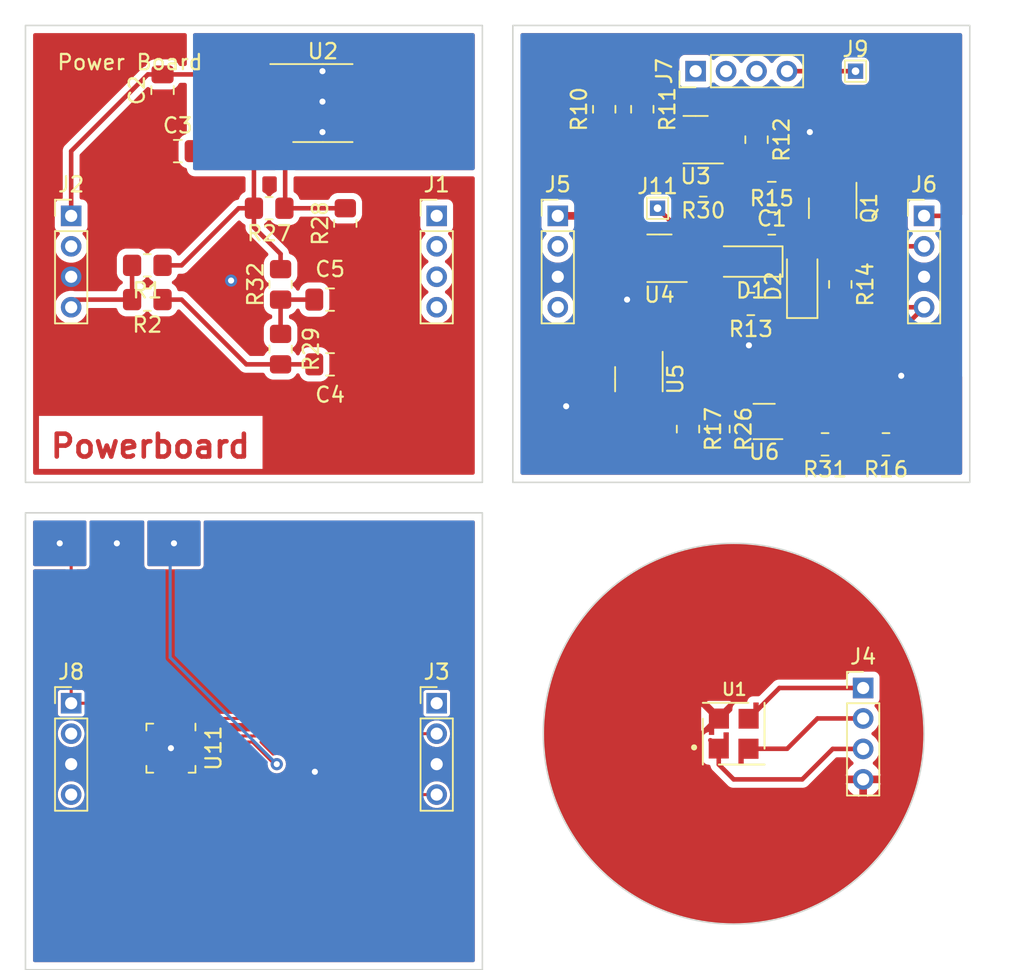
<source format=kicad_pcb>
(kicad_pcb (version 20221018) (generator pcbnew)
  (layers (0 "F.Cu" signal) (31 "B.Cu" signal) (34 "B.Paste" user) (35 "F.Paste" user) (36 "B.SilkS" user "B.Silkscreen") (37 "F.SilkS" user "F.Silkscreen") (38 "B.Mask" user) (39 "F.Mask" user) (44 "Edge.Cuts" user))
  (net 0 "")
  (net 1 "+5V")
  (net 2 "GND")
  (net 3 "Net-(U4--)")
  (net 4 "GND1")
  (net 5 "Net-(J2-Pin_4)")
  (net 6 "Net-(C5-Pad1)")
  (net 7 "Net-(D1-K)")
  (net 8 "Net-(D1-A)")
  (net 9 "Net-(D2-K)")
  (net 10 "Net-(J4-Pin_1)")
  (net 11 "Net-(J4-Pin_2)")
  (net 12 "Net-(J4-Pin_3)")
  (net 13 "SIPM")
  (net 14 "Net-(J11-Pin_1)")
  (net 15 "Reset")
  (net 16 "Net-(Q1-D)")
  (net 17 "Net-(R10-Pad2)")
  (net 18 "Net-(U3--)")
  (net 19 "Net-(U3-+)")
  (net 20 "Signal")
  (net 21 "Net-(R16-Pad2)")
  (net 22 "Net-(U6--)")
  (net 23 "Net-(U2-ADJ)")
  (net 26 "INT")
  (net 39 "GND2")
  (net 40 "Net-(C3-Pad2)")
  (net 41 "Net-(C4-Pad1)")
  (net 44 "Net-(J2-Pin_1)")
  (net 48 "Net-(J3-Pin_2)")
  (net 52 "GND3")
  (net 53 "Net-(J3-Pin_4)")
  (net 54 "unconnected-(U11-~{RESET}{slash}PA0-Pad19)")
  (net 55 "Net-(J3-Pin_1)")
  (footprint "Resistor_SMD:R_0805_2012Metric_Pad1.20x1.40mm_HandSolder" (layer "F.Cu") (at 98 121.75 180)
    (fp_text reference "R1" (at 0 -1.65) (layer "F.SilkS"))
    (fp_text value "0")
    (pad "1" smd roundrect (at -1 0 180) (size 1.2 1.4) (layers "F.Cu" "F.Paste" "F.Mask") (roundrect_rratio 0.208333) (net 40 "Net-(C3-Pad2)"))
    (pad "2" smd roundrect (at 1 0 180) (size 1.2 1.4) (layers "F.Cu" "F.Paste" "F.Mask") (roundrect_rratio 0.208333) (net 5 "Net-(J2-Pin_4)"))
  )
  (footprint "Connector_PinHeader_2.00mm:PinHeader_1x04_P2.00mm_Vertical" (layer "F.Cu") (at 117 118.5)
    (fp_text reference "J1" (at 0 -2.06) (layer "F.SilkS"))
    (fp_text value "Conn_01x04")
    (pad "1" thru_hole rect (at 0 0) (size 1.35 1.35) (drill 0.8) (layers "*.Cu" "*.Mask"))
    (pad "2" thru_hole oval (at 0 2) (size 1.35 1.35) (drill 0.8) (layers "*.Cu" "*.Mask"))
    (pad "3" thru_hole oval (at 0 4) (size 1.35 1.35) (drill 0.8) (layers "*.Cu" "*.Mask"))
    (pad "4" thru_hole oval (at 0 6) (size 1.35 1.35) (drill 0.8) (layers "*.Cu" "*.Mask"))
  )
  (footprint "Package_TO_SOT_SMD:SOT-23" (layer "F.Cu") (at 143 118 -90)
    (fp_text reference "Q1" (at 0 -2.4 90) (layer "F.SilkS"))
    (fp_text value "2N7002")
    (pad "1" smd roundrect (at -0.9375 -0.95 270) (size 1.475 0.6) (layers "F.Cu" "F.Paste" "F.Mask") (net 15 "Reset"))
    (pad "2" smd roundrect (at -0.9375 0.95 270) (size 1.475 0.6) (layers "F.Cu" "F.Paste" "F.Mask") (net 2 "GND"))
    (pad "3" smd roundrect (at 0.9375 0 270) (size 1.475 0.6) (layers "F.Cu" "F.Paste" "F.Mask") (net 16 "Net-(Q1-D)"))
  )
  (footprint "Resistor_SMD:R_0805_2012Metric_Pad1.20x1.40mm_HandSolder" (layer "F.Cu") (at 133.5 132.5 -90)
    (fp_text reference "R17" (at 0 -1.65 90) (layer "F.SilkS"))
    (fp_text value "107K")
    (pad "1" smd roundrect (at -1 0 270) (size 1.2 1.4) (layers "F.Cu" "F.Paste" "F.Mask") (roundrect_rratio 0.208333) (net 22 "Net-(U6--)"))
    (pad "2" smd roundrect (at 1 0 270) (size 1.2 1.4) (layers "F.Cu" "F.Paste" "F.Mask") (roundrect_rratio 0.208333) (net 1 "+5V"))
  )
  (footprint "Resistor_SMD:R_0805_2012Metric_Pad1.20x1.40mm_HandSolder" (layer "F.Cu") (at 135.5 132.5 -90)
    (fp_text reference "R26" (at 0 -1.65 90) (layer "F.SilkS"))
    (fp_text value "107K")
    (pad "1" smd roundrect (at -1 0 270) (size 1.2 1.4) (layers "F.Cu" "F.Paste" "F.Mask") (roundrect_rratio 0.208333) (net 22 "Net-(U6--)"))
    (pad "2" smd roundrect (at 1 0 270) (size 1.2 1.4) (layers "F.Cu" "F.Paste" "F.Mask") (roundrect_rratio 0.208333) (net 1 "+5V"))
  )
  (footprint "Resistor_SMD:R_0805_2012Metric_Pad1.20x1.40mm_HandSolder" (layer "F.Cu") (at 138 113.5 -90)
    (fp_text reference "R12" (at 0 -1.65 90) (layer "F.SilkS"))
    (fp_text value "49.9")
    (pad "1" smd roundrect (at -1 0 270) (size 1.2 1.4) (layers "F.Cu" "F.Paste" "F.Mask") (roundrect_rratio 0.208333) (net 13 "SIPM"))
    (pad "2" smd roundrect (at 1 0 270) (size 1.2 1.4) (layers "F.Cu" "F.Paste" "F.Mask") (roundrect_rratio 0.208333) (net 19 "Net-(U3-+)"))
  )
  (footprint "Resistor_SMD:R_0805_2012Metric_Pad1.20x1.40mm_HandSolder" (layer "F.Cu") (at 137.625 124.283946 180)
    (fp_text reference "R13" (at 0 -1.65) (layer "F.SilkS"))
    (fp_text value "49.9")
    (pad "1" smd roundrect (at -1 0 180) (size 1.2 1.4) (layers "F.Cu" "F.Paste" "F.Mask") (roundrect_rratio 0.208333) (net 9 "Net-(D2-K)"))
    (pad "2" smd roundrect (at 1 0 180) (size 1.2 1.4) (layers "F.Cu" "F.Paste" "F.Mask") (roundrect_rratio 0.208333) (net 3 "Net-(U4--)"))
  )
  (footprint "Resistor_SMD:R_0805_2012Metric_Pad1.20x1.40mm_HandSolder" (layer "F.Cu") (at 134.5 116.5 180)
    (fp_text reference "R30" (at 0 -1.65) (layer "F.SilkS"))
    (fp_text value "?")
    (pad "1" smd roundrect (at -1 0 180) (size 1.2 1.4) (layers "F.Cu" "F.Paste" "F.Mask") (roundrect_rratio 0.208333) (net 14 "Net-(J11-Pin_1)"))
    (pad "2" smd roundrect (at 1 0 180) (size 1.2 1.4) (layers "F.Cu" "F.Paste" "F.Mask") (roundrect_rratio 0.208333) (net 18 "Net-(U3--)"))
  )
  (footprint "Diode_SMD:D_SOD-123F" (layer "F.Cu") (at 141 123 90)
    (fp_text reference "D2" (at -0.127 -1.905 90) (layer "F.SilkS"))
    (fp_text value "PMEG6010CEH")
    (pad "1" smd roundrect (at -1.4 0 90) (size 1.1 1.1) (layers "F.Cu" "F.Paste" "F.Mask") (roundrect_rratio 0.2272727273) (net 9 "Net-(D2-K)"))
    (pad "2" smd roundrect (at 1.4 0 90) (size 1.1 1.1) (layers "F.Cu" "F.Paste" "F.Mask") (roundrect_rratio 0.2272727273) (net 7 "Net-(D1-K)"))
  )
  (footprint "Connector_PinHeader_2.00mm:PinHeader_1x04_P2.00mm_Vertical" (layer "F.Cu") (at 149 118.5)
    (fp_text reference "J6" (at 0 -2.06) (layer "F.SilkS"))
    (fp_text value "Conn_01x04")
    (pad "1" thru_hole rect (at 0 0) (size 1.35 1.35) (drill 0.8) (layers "*.Cu" "*.Mask") (net 26 "INT"))
    (pad "2" thru_hole oval (at 0 2) (size 1.35 1.35) (drill 0.8) (layers "*.Cu" "*.Mask") (net 15 "Reset"))
    (pad "3" thru_hole oval (at 0 4) (size 1.35 1.35) (drill 0.8) (layers "*.Cu" "*.Mask") (net 2 "GND"))
    (pad "4" thru_hole oval (at 0 6) (size 1.35 1.35) (drill 0.8) (layers "*.Cu" "*.Mask") (net 20 "Signal"))
  )
  (footprint "Resistor_SMD:R_0805_2012Metric_Pad1.20x1.40mm_HandSolder" (layer "F.Cu") (at 130.5 111.5 -90)
    (fp_text reference "R11" (at 0 -1.65 90) (layer "F.SilkS"))
    (fp_text value "10")
    (pad "1" smd roundrect (at -1 0 270) (size 1.2 1.4) (layers "F.Cu" "F.Paste" "F.Mask") (roundrect_rratio 0.208333) (net 17 "Net-(R10-Pad2)"))
    (pad "2" smd roundrect (at 1 0 270) (size 1.2 1.4) (layers "F.Cu" "F.Paste" "F.Mask") (roundrect_rratio 0.208333) (net 18 "Net-(U3--)"))
  )
  (footprint "Connector_PinHeader_2.00mm:PinHeader_1x04_P2.00mm_Vertical" (layer "F.Cu") (at 93 150.5)
    (fp_text reference "J8" (at 0 -2.06) (layer "F.SilkS"))
    (fp_text value "Conn_01x04")
    (pad "1" thru_hole rect (at 0 0) (size 1.35 1.35) (drill 0.8) (layers "*.Cu" "*.Mask") (net 1 "+5V"))
    (pad "2" thru_hole oval (at 0 2) (size 1.35 1.35) (drill 0.8) (layers "*.Cu" "*.Mask"))
    (pad "3" thru_hole oval (at 0 4) (size 1.35 1.35) (drill 0.8) (layers "*.Cu" "*.Mask") (net 52 "GND3"))
    (pad "4" thru_hole oval (at 0 6) (size 1.35 1.35) (drill 0.8) (layers "*.Cu" "*.Mask"))
  )
  (footprint "Package_TO_SOT_SMD:SOT-23-5" (layer "F.Cu") (at 134 113.5 180)
    (fp_text reference "U3" (at 0 -2.4) (layer "F.SilkS"))
    (fp_text value "OPA356xxDBV")
    (pad "1" smd roundrect (at -1.1375 -0.95 180) (size 1.325 0.6) (layers "F.Cu" "F.Paste" "F.Mask") (net 14 "Net-(J11-Pin_1)"))
    (pad "2" smd roundrect (at -1.1375 0 180) (size 1.325 0.6) (layers "F.Cu" "F.Paste" "F.Mask") (net 2 "GND"))
    (pad "3" smd roundrect (at -1.1375 0.95 180) (size 1.325 0.6) (layers "F.Cu" "F.Paste" "F.Mask") (net 19 "Net-(U3-+)"))
    (pad "4" smd roundrect (at 1.1375 0.95 180) (size 1.325 0.6) (layers "F.Cu" "F.Paste" "F.Mask") (net 18 "Net-(U3--)"))
    (pad "5" smd roundrect (at 1.1375 -0.95 180) (size 1.325 0.6) (layers "F.Cu" "F.Paste" "F.Mask") (net 1 "+5V"))
  )
  (footprint "Resistor_SMD:R_0805_2012Metric_Pad1.20x1.40mm_HandSolder" (layer "F.Cu") (at 106.75 123 90)
    (fp_text reference "R32" (at 0 -1.65 90) (layer "F.SilkS"))
    (fp_text value "49.9")
    (pad "1" smd roundrect (at -1 0 90) (size 1.2 1.4) (layers "F.Cu" "F.Paste" "F.Mask") (roundrect_rratio 0.208333) (net 6 "Net-(C5-Pad1)"))
    (pad "2" smd roundrect (at 1 0 90) (size 1.2 1.4) (layers "F.Cu" "F.Paste" "F.Mask") (roundrect_rratio 0.208333) (net 40 "Net-(C3-Pad2)"))
  )
  (footprint "Resistor_SMD:R_0805_2012Metric_Pad1.20x1.40mm_HandSolder" (layer "F.Cu") (at 143.5 123 -90)
    (fp_text reference "R14" (at 0 -1.65 90) (layer "F.SilkS"))
    (fp_text value "1000")
    (pad "1" smd roundrect (at -1 0 270) (size 1.2 1.4) (layers "F.Cu" "F.Paste" "F.Mask") (roundrect_rratio 0.208333) (net 7 "Net-(D1-K)"))
    (pad "2" smd roundrect (at 1 0 270) (size 1.2 1.4) (layers "F.Cu" "F.Paste" "F.Mask") (roundrect_rratio 0.208333) (net 20 "Signal"))
  )
  (footprint "Package_TO_SOT_SMD:SOT-23-6" (layer "F.Cu") (at 130.275 129.225 -90)
    (fp_text reference "U5" (at 0 -2.4 90) (layer "F.SilkS"))
    (fp_text value "OPA357AIDVBR")
    (pad "1" smd roundrect (at -1.1375 -0.95 270) (size 1.325 0.6) (layers "F.Cu" "F.Paste" "F.Mask") (net 20 "Signal"))
    (pad "2" smd roundrect (at -1.1375 0 270) (size 1.325 0.6) (layers "F.Cu" "F.Paste" "F.Mask") (net 2 "GND"))
    (pad "3" smd roundrect (at -1.1375 0.95 270) (size 1.325 0.6) (layers "F.Cu" "F.Paste" "F.Mask") (net 3 "Net-(U4--)"))
    (pad "4" smd roundrect (at 1.1375 0.95 270) (size 1.325 0.6) (layers "F.Cu" "F.Paste" "F.Mask") (net 20 "Signal"))
    (pad "5" smd roundrect (at 1.1375 0 270) (size 1.325 0.6) (layers "F.Cu" "F.Paste" "F.Mask") (net 1 "+5V"))
    (pad "6" smd roundrect (at 1.1375 -0.95 270) (size 1.325 0.6) (layers "F.Cu" "F.Paste" "F.Mask") (net 1 "+5V"))
  )
  (footprint "Capacitor_SMD:C_0805_2012Metric_Pad1.18x1.45mm_HandSolder" (layer "F.Cu") (at 99 110.25 90)
    (fp_text reference "C2" (at 0 -1.68 90) (layer "F.SilkS"))
    (fp_text value "C")
    (pad "1" smd roundrect (at -1.0375 0 90) (size 1.175 1.45) (layers "F.Cu" "F.Paste" "F.Mask") (roundrect_rratio 0.212766) (net 39 "GND2"))
    (pad "2" smd roundrect (at 1.0375 0 90) (size 1.175 1.45) (layers "F.Cu" "F.Paste" "F.Mask") (roundrect_rratio 0.212766) (net 44 "Net-(J2-Pin_1)"))
  )
  (footprint "Capacitor_SMD:C_0805_2012Metric_Pad1.18x1.45mm_HandSolder" (layer "F.Cu") (at 100 114.25)
    (fp_text reference "C3" (at 0 -1.68) (layer "F.SilkS"))
    (fp_text value "C")
    (pad "1" smd roundrect (at -1.0375 0) (size 1.175 1.45) (layers "F.Cu" "F.Paste" "F.Mask") (roundrect_rratio 0.212766) (net 39 "GND2"))
    (pad "2" smd roundrect (at 1.0375 0) (size 1.175 1.45) (layers "F.Cu" "F.Paste" "F.Mask") (roundrect_rratio 0.212766) (net 40 "Net-(C3-Pad2)"))
  )
  (footprint "Resistor_SMD:R_0805_2012Metric_Pad1.20x1.40mm_HandSolder" (layer "F.Cu") (at 142.5 133.5 180)
    (fp_text reference "R31" (at 0 -1.65) (layer "F.SilkS"))
    (fp_text value "?")
    (pad "1" smd roundrect (at -1 0 180) (size 1.2 1.4) (layers "F.Cu" "F.Paste" "F.Mask") (roundrect_rratio 0.208333) (net 21 "Net-(R16-Pad2)"))
    (pad "2" smd roundrect (at 1 0 180) (size 1.2 1.4) (layers "F.Cu" "F.Paste" "F.Mask") (roundrect_rratio 0.208333) (net 22 "Net-(U6--)"))
  )
  (footprint "Resistor_SMD:R_0805_2012Metric_Pad1.20x1.40mm_HandSolder" (layer "F.Cu") (at 139 119)
    (fp_text reference "R15" (at 0 -1.65) (layer "F.SilkS"))
    (fp_text value "1000")
    (pad "1" smd roundrect (at -1 0) (size 1.2 1.4) (layers "F.Cu" "F.Paste" "F.Mask") (roundrect_rratio 0.208333) (net 3 "Net-(U4--)"))
    (pad "2" smd roundrect (at 1 0) (size 1.2 1.4) (layers "F.Cu" "F.Paste" "F.Mask") (roundrect_rratio 0.208333) (net 16 "Net-(Q1-D)"))
  )
  (footprint "Resistor_SMD:R_0805_2012Metric_Pad1.20x1.40mm_HandSolder" (layer "F.Cu") (at 106.75 127.25 90)
    (fp_text reference "R29" (at 0 2 90) (layer "F.SilkS"))
    (fp_text value "49.9")
    (pad "1" smd roundrect (at -1 0 90) (size 1.2 1.4) (layers "F.Cu" "F.Paste" "F.Mask") (roundrect_rratio 0.208333) (net 41 "Net-(C4-Pad1)"))
    (pad "2" smd roundrect (at 1 0 90) (size 1.2 1.4) (layers "F.Cu" "F.Paste" "F.Mask") (roundrect_rratio 0.208333) (net 6 "Net-(C5-Pad1)"))
  )
  (footprint "Package_TO_SOT_SMD:SOT-23-6" (layer "F.Cu") (at 131.625 121.283946 180)
    (fp_text reference "U4" (at 0 -2.4) (layer "F.SilkS"))
    (fp_text value "OPA357AIDVBR")
    (pad "1" smd roundrect (at -1.1375 -0.95 180) (size 1.325 0.6) (layers "F.Cu" "F.Paste" "F.Mask") (net 8 "Net-(D1-A)"))
    (pad "2" smd roundrect (at -1.1375 0 180) (size 1.325 0.6) (layers "F.Cu" "F.Paste" "F.Mask") (net 2 "GND"))
    (pad "3" smd roundrect (at -1.1375 0.95 180) (size 1.325 0.6) (layers "F.Cu" "F.Paste" "F.Mask") (net 14 "Net-(J11-Pin_1)"))
    (pad "4" smd roundrect (at 1.1375 0.95 180) (size 1.325 0.6) (layers "F.Cu" "F.Paste" "F.Mask") (net 3 "Net-(U4--)"))
    (pad "5" smd roundrect (at 1.1375 0 180) (size 1.325 0.6) (layers "F.Cu" "F.Paste" "F.Mask") (net 1 "+5V"))
    (pad "6" smd roundrect (at 1.1375 -0.95 180) (size 1.325 0.6) (layers "F.Cu" "F.Paste" "F.Mask") (net 1 "+5V"))
  )
  (footprint "Package_DFN_QFN:VQFN-20-1EP_3x3mm_P0.4mm_EP1.7x1.7mm" (layer "F.Cu") (at 99.55 153.45 -90)
    (fp_text reference "U11" (at 0 -2.8 90) (layer "F.SilkS"))
    (fp_text value "ATtiny1616-M")
    (pad "1" smd custom (at -1.45 -0.8 270) (size 0.143431 0.143431) (layers "F.Cu" "F.Paste" "F.Mask") (net 55 "Net-(J3-Pin_1)") (options (clearance outline) (anchor circle)) (primitives (gr_poly (pts (xy 0.35 0.000711) (xy 0.35 0.05) (xy -0.35 0.05) (xy -0.35 -0.05) (xy 0.299289 -0.05)) (width 0.1) (fill yes))))
    (pad "2" smd roundrect (at -1.45 -0.4 270) (size 0.8 0.2) (layers "F.Cu" "F.Paste" "F.Mask"))
    (pad "3" smd roundrect (at -1.45 0 270) (size 0.8 0.2) (layers "F.Cu" "F.Paste" "F.Mask") (net 52 "GND3"))
    (pad "4" smd roundrect (at -1.45 0.4 270) (size 0.8 0.2) (layers "F.Cu" "F.Paste" "F.Mask") (net 1 "+5V"))
    (pad "5" smd custom (at -1.45 0.8 270) (size 0.143431 0.143431) (layers "F.Cu" "F.Paste" "F.Mask") (options (clearance outline) (anchor circle)) (primitives (gr_poly (pts (xy 0.35 -0.000711) (xy 0.299289 0.05) (xy -0.35 0.05) (xy -0.35 -0.05) (xy 0.35 -0.05)) (width 0.1) (fill yes))))
    (pad "6" smd custom (at -0.8 1.45 270) (size 0.143431 0.143431) (layers "F.Cu" "F.Paste" "F.Mask") (options (clearance outline) (anchor circle)) (primitives (gr_poly (pts (xy 0.05 0.35) (xy -0.05 0.35) (xy -0.05 -0.299289) (xy 0.000711 -0.35) (xy 0.05 -0.35)) (width 0.1) (fill yes))))
    (pad "7" smd roundrect (at -0.4 1.45 270) (size 0.2 0.8) (layers "F.Cu" "F.Paste" "F.Mask"))
    (pad "8" smd roundrect (at 0 1.45 270) (size 0.2 0.8) (layers "F.Cu" "F.Paste" "F.Mask"))
    (pad "9" smd roundrect (at 0.4 1.45 270) (size 0.2 0.8) (layers "F.Cu" "F.Paste" "F.Mask"))
    (pad "10" smd custom (at 0.8 1.45 270) (size 0.143431 0.143431) (layers "F.Cu" "F.Paste" "F.Mask") (options (clearance outline) (anchor circle)) (primitives (gr_poly (pts (xy 0.05 -0.299289) (xy 0.05 0.35) (xy -0.05 0.35) (xy -0.05 -0.35) (xy -0.000711 -0.35)) (width 0.1) (fill yes))))
    (pad "11" smd custom (at 1.45 0.8 270) (size 0.143431 0.143431) (layers "F.Cu" "F.Paste" "F.Mask") (options (clearance outline) (anchor circle)) (primitives (gr_poly (pts (xy 0.35 0.05) (xy -0.299289 0.05) (xy -0.35 -0.000711) (xy -0.35 -0.05) (xy 0.35 -0.05)) (width 0.1) (fill yes))))
    (pad "12" smd roundrect (at 1.45 0.4 270) (size 0.8 0.2) (layers "F.Cu" "F.Paste" "F.Mask"))
    (pad "13" smd roundrect (at 1.45 0 270) (size 0.8 0.2) (layers "F.Cu" "F.Paste" "F.Mask"))
    (pad "14" smd roundrect (at 1.45 -0.4 270) (size 0.8 0.2) (layers "F.Cu" "F.Paste" "F.Mask"))
    (pad "15" smd custom (at 1.45 -0.8 270) (size 0.143431 0.143431) (layers "F.Cu" "F.Paste" "F.Mask") (options (clearance outline) (anchor circle)) (primitives (gr_poly (pts (xy 0.35 0.05) (xy -0.35 0.05) (xy -0.35 0.000711) (xy -0.299289 -0.05) (xy 0.35 -0.05)) (width 0.1) (fill yes))))
    (pad "16" smd custom (at 0.8 -1.45 270) (size 0.143431 0.143431) (layers "F.Cu" "F.Paste" "F.Mask") (options (clearance outline) (anchor circle)) (primitives (gr_poly (pts (xy 0.05 0.299289) (xy -0.000711 0.35) (xy -0.05 0.35) (xy -0.05 -0.35) (xy 0.05 -0.35)) (width 0.1) (fill yes))))
    (pad "17" smd roundrect (at 0.4 -1.45 270) (size 0.2 0.8) (layers "F.Cu" "F.Paste" "F.Mask"))
    (pad "18" smd roundrect (at 0 -1.45 270) (size 0.2 0.8) (layers "F.Cu" "F.Paste" "F.Mask") (net 53 "Net-(J3-Pin_4)"))
    (pad "19" smd roundrect (at -0.4 -1.45 270) (size 0.2 0.8) (layers "F.Cu" "F.Paste" "F.Mask") (net 54 "unconnected-(U11-~{RESET}{slash}PA0-Pad19)"))
    (pad "20" smd custom (at -0.8 -1.45 270) (size 0.143431 0.143431) (layers "F.Cu" "F.Paste" "F.Mask") (net 48 "Net-(J3-Pin_2)") (options (clearance outline) (anchor circle)) (primitives (gr_poly (pts (xy 0.05 0.35) (xy 0.000711 0.35) (xy -0.05 0.299289) (xy -0.05 -0.35) (xy 0.05 -0.35)) (width 0.1) (fill yes))))
    (pad "21" smd rect (at 0 0 270) (size 1.7 1.7) (layers "F.Cu" "F.Mask") (net 52 "GND3"))
  )
  (footprint "Resistor_SMD:R_0805_2012Metric_Pad1.20x1.40mm_HandSolder" (layer "F.Cu") (at 111 119 90)
    (fp_text reference "R28" (at 0 -1.65 90) (layer "F.SilkS"))
    (fp_text value "?")
    (pad "1" smd roundrect (at -1 0 90) (size 1.2 1.4) (layers "F.Cu" "F.Paste" "F.Mask") (roundrect_rratio 0.208333) (net 39 "GND2"))
    (pad "2" smd roundrect (at 1 0 90) (size 1.2 1.4) (layers "F.Cu" "F.Paste" "F.Mask") (roundrect_rratio 0.208333) (net 23 "Net-(U2-ADJ)"))
  )
  (footprint "Capacitor_SMD:C_0805_2012Metric_Pad1.18x1.45mm_HandSolder" (layer "F.Cu") (at 110 128.25)
    (fp_text reference "C4" (at 0 2) (layer "F.SilkS"))
    (fp_text value "10n")
    (pad "1" smd roundrect (at -1.0375 0) (size 1.175 1.45) (layers "F.Cu" "F.Paste" "F.Mask") (roundrect_rratio 0.212766) (net 41 "Net-(C4-Pad1)"))
    (pad "2" smd roundrect (at 1.0375 0) (size 1.175 1.45) (layers "F.Cu" "F.Paste" "F.Mask") (roundrect_rratio 0.212766) (net 39 "GND2"))
  )
  (footprint "Package_TO_SOT_SMD:SOT-353_SC-70-5" (layer "F.Cu") (at 138.5 132 180)
    (fp_text reference "U6" (at 0 -2) (layer "F.SilkS"))
    (fp_text value "LMV7219M7")
    (pad "1" smd rect (at -0.95 -0.65 180) (size 0.65 0.4) (layers "F.Cu" "F.Paste" "F.Mask") (net 26 "INT"))
    (pad "2" smd rect (at -0.95 0 180) (size 0.65 0.4) (layers "F.Cu" "F.Paste" "F.Mask") (net 2 "GND"))
    (pad "3" smd rect (at -0.95 0.65 180) (size 0.65 0.4) (layers "F.Cu" "F.Paste" "F.Mask") (net 20 "Signal"))
    (pad "4" smd rect (at 0.95 0.65 180) (size 0.65 0.4) (layers "F.Cu" "F.Paste" "F.Mask") (net 22 "Net-(U6--)"))
    (pad "5" smd rect (at 0.95 -0.65 180) (size 0.65 0.4) (layers "F.Cu" "F.Paste" "F.Mask") (net 1 "+5V"))
  )
  (footprint "Connector_PinHeader_2.00mm:PinHeader_1x04_P2.00mm_Vertical" (layer "F.Cu") (at 93 118.5)
    (fp_text reference "J2" (at 0 -2.06) (layer "F.SilkS"))
    (fp_text value "Conn_01x04")
    (pad "1" thru_hole rect (at 0 0) (size 1.35 1.35) (drill 0.8) (layers "*.Cu" "*.Mask") (net 44 "Net-(J2-Pin_1)"))
    (pad "2" thru_hole oval (at 0 2) (size 1.35 1.35) (drill 0.8) (layers "*.Cu" "*.Mask"))
    (pad "3" thru_hole oval (at 0 4) (size 1.35 1.35) (drill 0.8) (layers "*.Cu" "*.Mask") (net 39 "GND2"))
    (pad "4" thru_hole oval (at 0 6) (size 1.35 1.35) (drill 0.8) (layers "*.Cu" "*.Mask") (net 5 "Net-(J2-Pin_4)"))
  )
  (footprint "Resistor_SMD:R_0805_2012Metric_Pad1.20x1.40mm_HandSolder" (layer "F.Cu") (at 106 118 180)
    (fp_text reference "R27" (at 0 -1.65) (layer "F.SilkS"))
    (fp_text value "?")
    (pad "1" smd roundrect (at -1 0 180) (size 1.2 1.4) (layers "F.Cu" "F.Paste" "F.Mask") (roundrect_rratio 0.208333) (net 23 "Net-(U2-ADJ)"))
    (pad "2" smd roundrect (at 1 0 180) (size 1.2 1.4) (layers "F.Cu" "F.Paste" "F.Mask") (roundrect_rratio 0.208333) (net 40 "Net-(C3-Pad2)"))
  )
  (footprint "Connector_PinHeader_2.00mm:PinHeader_1x04_P2.00mm_Vertical" (layer "F.Cu") (at 124.95 118.5)
    (fp_text reference "J5" (at 0 -2.06) (layer "F.SilkS"))
    (fp_text value "Conn_01x04")
    (pad "1" thru_hole rect (at 0 0) (size 1.35 1.35) (drill 0.8) (layers "*.Cu" "*.Mask") (net 1 "+5V"))
    (pad "2" thru_hole oval (at 0 2) (size 1.35 1.35) (drill 0.8) (layers "*.Cu" "*.Mask"))
    (pad "3" thru_hole oval (at 0 4) (size 1.35 1.35) (drill 0.8) (layers "*.Cu" "*.Mask") (net 2 "GND"))
    (pad "4" thru_hole oval (at 0 6) (size 1.35 1.35) (drill 0.8) (layers "*.Cu" "*.Mask"))
  )
  (footprint "Diode_SMD:D_SOD-123F" (layer "F.Cu") (at 137.5 121.5 180)
    (fp_text reference "D1" (at -0.127 -1.905) (layer "F.SilkS"))
    (fp_text value "PMEG6010CEH")
    (pad "1" smd roundrect (at -1.4 0 180) (size 1.1 1.1) (layers "F.Cu" "F.Paste" "F.Mask") (roundrect_rratio 0.2272727273) (net 7 "Net-(D1-K)"))
    (pad "2" smd roundrect (at 1.4 0 180) (size 1.1 1.1) (layers "F.Cu" "F.Paste" "F.Mask") (roundrect_rratio 0.2272727273) (net 8 "Net-(D1-A)"))
  )
  (footprint "Connector_PinHeader_2.00mm:PinHeader_1x04_P2.00mm_Vertical" (layer "F.Cu") (at 134 109 90)
    (fp_text reference "J7" (at 0 -2.06 90) (layer "F.SilkS"))
    (fp_text value "Conn_01x04")
    (pad "1" thru_hole rect (at 0 0 90) (size 1.35 1.35) (drill 0.8) (layers "*.Cu" "*.Mask") (net 13 "SIPM"))
    (pad "2" thru_hole oval (at 0 2 90) (size 1.35 1.35) (drill 0.8) (layers "*.Cu" "*.Mask") (net 13 "SIPM"))
    (pad "3" thru_hole oval (at 0 4 90) (size 1.35 1.35) (drill 0.8) (layers "*.Cu" "*.Mask") (net 13 "SIPM"))
    (pad "4" thru_hole oval (at 0 6 90) (size 1.35 1.35) (drill 0.8) (layers "*.Cu" "*.Mask") (net 13 "SIPM"))
  )
  (footprint "Capacitor_SMD:C_0805_2012Metric_Pad1.18x1.45mm_HandSolder" (layer "F.Cu") (at 110 124)
    (fp_text reference "C5" (at 0 -2) (layer "F.SilkS"))
    (fp_text value "10n")
    (pad "1" smd roundrect (at -1.0375 0) (size 1.175 1.45) (layers "F.Cu" "F.Paste" "F.Mask") (roundrect_rratio 0.212766) (net 6 "Net-(C5-Pad1)"))
    (pad "2" smd roundrect (at 1.0375 0) (size 1.175 1.45) (layers "F.Cu" "F.Paste" "F.Mask") (roundrect_rratio 0.212766) (net 39 "GND2"))
  )
  (footprint "Resistor_SMD:R_0805_2012Metric_Pad1.20x1.40mm_HandSolder" (layer "F.Cu") (at 146.5 133.5 180)
    (fp_text reference "R16" (at 0 -1.65) (layer "F.SilkS"))
    (fp_text value "1000")
    (pad "1" smd roundrect (at -1 0 180) (size 1.2 1.4) (layers "F.Cu" "F.Paste" "F.Mask") (roundrect_rratio 0.208333) (net 2 "GND"))
    (pad "2" smd roundrect (at 1 0 180) (size 1.2 1.4) (layers "F.Cu" "F.Paste" "F.Mask") (roundrect_rratio 0.208333) (net 21 "Net-(R16-Pad2)"))
  )
  (footprint "Resistor_SMD:R_0805_2012Metric_Pad1.20x1.40mm_HandSolder" (layer "F.Cu") (at 128 111.5 90)
    (fp_text reference "R10" (at 0 -1.65 90) (layer "F.SilkS"))
    (fp_text value "10")
    (pad "1" smd roundrect (at -1 0 90) (size 1.2 1.4) (layers "F.Cu" "F.Paste" "F.Mask") (roundrect_rratio 0.208333) (net 2 "GND"))
    (pad "2" smd roundrect (at 1 0 90) (size 1.2 1.4) (layers "F.Cu" "F.Paste" "F.Mask") (roundrect_rratio 0.208333) (net 17 "Net-(R10-Pad2)"))
  )
  (footprint "Connector_PinHeader_2.00mm:PinHeader_1x04_P2.00mm_Vertical" (layer "F.Cu") (at 145 149.5)
    (fp_text reference "J4" (at 0 -2.06) (layer "F.SilkS"))
    (fp_text value "Conn_01x04")
    (pad "1" thru_hole rect (at 0 0) (size 1.35 1.35) (drill 0.8) (layers "*.Cu" "*.Mask") (net 10 "Net-(J4-Pin_1)"))
    (pad "2" thru_hole oval (at 0 2) (size 1.35 1.35) (drill 0.8) (layers "*.Cu" "*.Mask") (net 11 "Net-(J4-Pin_2)"))
    (pad "3" thru_hole oval (at 0 4) (size 1.35 1.35) (drill 0.8) (layers "*.Cu" "*.Mask") (net 12 "Net-(J4-Pin_3)"))
    (pad "4" thru_hole oval (at 0 6) (size 1.35 1.35) (drill 0.8) (layers "*.Cu" "*.Mask") (net 4 "GND1"))
  )
  (footprint "Capacitor_SMD:C_0805_2012Metric_Pad1.18x1.45mm_HandSolder" (layer "F.Cu") (at 139 117 180)
    (fp_text reference "C1" (at 0 -1.68) (layer "F.SilkS"))
    (fp_text value "C")
    (pad "1" smd roundrect (at -1.0375 0 180) (size 1.175 1.45) (layers "F.Cu" "F.Paste" "F.Mask") (roundrect_rratio 0.212766) (net 2 "GND"))
    (pad "2" smd roundrect (at 1.0375 0 180) (size 1.175 1.45) (layers "F.Cu" "F.Paste" "F.Mask") (roundrect_rratio 0.212766) (net 3 "Net-(U4--)"))
  )
  (footprint "MICROFC-30035-SMT-TR1:XDCR_MICROFC-30035-SMT-TR1" (layer "F.Cu") (at 136.5 152.5)
    (fp_text reference "U1" (at 0.04 -2.908) (layer "F.SilkS") (effects (font (size 0.8 0.8))))
    (fp_text value "MICROFC-30035-SMT-TR1")
    (pad "1" smd custom (at -0.98 0.98 180) (size 1.32 1.3) (layers "F.Cu") (net 12 "Net-(J4-Pin_3)") (options (clearance outline) (anchor rect)) (primitives (gr_poly (pts (xy -0.66 -0.65) (xy 0.66 -0.65) (xy 0.66 0.65) (xy -0.31 0.65) (xy -0.31 1.07) (xy -0.66 1.07)) (width 0.0001) (fill yes))))
    (pad "2" smd custom (at 0.97 0.99 270) (size 1.32 1.3) (layers "F.Cu") (net 11 "Net-(J4-Pin_2)") (options (clearance outline) (anchor rect)) (primitives (gr_poly (pts (xy -0.65 -0.66) (xy 0.65 -0.66) (xy 0.65 0.31) (xy 1.07 0.31) (xy 1.07 0.66) (xy -0.65 0.66)) (width 0.0001) (fill yes))))
    (pad "3" smd custom (at 0.98 -0.98) (size 1.32 1.3) (layers "F.Cu") (net 10 "Net-(J4-Pin_1)") (options (clearance outline) (anchor rect)) (primitives (gr_poly (pts (xy 0.31 -1.07) (xy 0.66 -1.07) (xy 0.66 0.65) (xy -0.66 0.65) (xy -0.66 -0.65) (xy 0.31 -0.65)) (width 0.0001) (fill yes))))
    (pad "4" smd custom (at -0.97 -0.99 90) (size 1.32 1.3) (layers "F.Cu") (net 4 "GND1") (options (clearance outline) (anchor rect)) (primitives (gr_poly (pts (xy -1.07 -0.66) (xy 0.65 -0.66) (xy 0.65 0.66) (xy -0.65 0.66) (xy -0.65 -0.31) (xy -1.07 -0.31)) (width 0.0001) (fill yes))))
  )
  (footprint "TestPoint:TestPoint_THTPad_1.0x1.0mm_Drill0.5mm" (layer "F.Cu") (at 144.5 109)
    (fp_text reference "J9" (at 0 -1.448) (layer "F.SilkS"))
    (fp_text value "Test Pad")
    (pad "1" thru_hole rect (at 0 0) (size 1 1) (drill 0.5) (layers "*.Cu" "*.Mask") (net 13 "SIPM"))
  )
  (footprint "TestPoint:TestPoint_THTPad_1.0x1.0mm_Drill0.5mm" (layer "F.Cu") (at 131.5 118)
    (fp_text reference "J11" (at 0 -1.448) (layer "F.SilkS"))
    (fp_text value "Test Pad")
    (pad "1" thru_hole rect (at 0 0) (size 1 1) (drill 0.5) (layers "*.Cu" "*.Mask") (net 14 "Net-(J11-Pin_1)"))
  )
  (footprint "Package_SO:SOIC-8_3.9x4.9mm_P1.27mm" (layer "F.Cu") (at 109.525 111.095)
    (fp_text reference "U2" (at 0 -3.4) (layer "F.SilkS"))
    (fp_text value "LM317L_SO8")
    (pad "1" smd roundrect (at -2.475 -1.905) (size 1.95 0.6) (layers "F.Cu" "F.Paste" "F.Mask") (net 44 "Net-(J2-Pin_1)"))
    (pad "2" smd roundrect (at -2.475 -0.635) (size 1.95 0.6) (layers "F.Cu" "F.Paste" "F.Mask") (net 40 "Net-(C3-Pad2)"))
    (pad "3" smd roundrect (at -2.475 0.635) (size 1.95 0.6) (layers "F.Cu" "F.Paste" "F.Mask") (net 40 "Net-(C3-Pad2)"))
    (pad "4" smd roundrect (at -2.475 1.905) (size 1.95 0.6) (layers "F.Cu" "F.Paste" "F.Mask") (net 23 "Net-(U2-ADJ)"))
    (pad "5" smd roundrect (at 2.475 1.905) (size 1.95 0.6) (layers "F.Cu" "F.Paste" "F.Mask"))
    (pad "6" smd roundrect (at 2.475 0.635) (size 1.95 0.6) (layers "F.Cu" "F.Paste" "F.Mask") (net 40 "Net-(C3-Pad2)"))
    (pad "7" smd roundrect (at 2.475 -0.635) (size 1.95 0.6) (layers "F.Cu" "F.Paste" "F.Mask") (net 40 "Net-(C3-Pad2)"))
    (pad "8" smd roundrect (at 2.475 -1.905) (size 1.95 0.6) (layers "F.Cu" "F.Paste" "F.Mask"))
  )
  (footprint "Connector_PinHeader_2.00mm:PinHeader_1x04_P2.00mm_Vertical" (layer "F.Cu") (at 117 150.5)
    (fp_text reference "J3" (at 0 -2.06) (layer "F.SilkS"))
    (fp_text value "Conn_01x04")
    (pad "1" thru_hole rect (at 0 0) (size 1.35 1.35) (drill 0.8) (layers "*.Cu" "*.Mask") (net 55 "Net-(J3-Pin_1)"))
    (pad "2" thru_hole oval (at 0 2) (size 1.35 1.35) (drill 0.8) (layers "*.Cu" "*.Mask") (net 48 "Net-(J3-Pin_2)"))
    (pad "3" thru_hole oval (at 0 4) (size 1.35 1.35) (drill 0.8) (layers "*.Cu" "*.Mask") (net 52 "GND3"))
    (pad "4" thru_hole oval (at 0 6) (size 1.35 1.35) (drill 0.8) (layers "*.Cu" "*.Mask") (net 53 "Net-(J3-Pin_4)"))
  )
  (footprint "Resistor_SMD:R_0805_2012Metric_Pad1.20x1.40mm_HandSolder" (layer "F.Cu") (at 98 124 180)
    (fp_text reference "R2" (at 0 -1.65) (layer "F.SilkS"))
    (fp_text value "0")
    (pad "1" smd roundrect (at -1 0 180) (size 1.2 1.4) (layers "F.Cu" "F.Paste" "F.Mask") (roundrect_rratio 0.208333) (net 41 "Net-(C4-Pad1)"))
    (pad "2" smd roundrect (at 1 0 180) (size 1.2 1.4) (layers "F.Cu" "F.Paste" "F.Mask") (roundrect_rratio 0.208333) (net 5 "Net-(J2-Pin_4)"))
  )
  (gr_circle (center 136.5 152.5) (end 149 152.5) (stroke (width 0.1)) (fill none) (layer "Edge.Cuts"))
  (gr_rect (start 122 106) (end 152 136) (stroke (width 0.1)) (fill none) (layer "Edge.Cuts"))
  (gr_rect (start 90 106) (end 120 136) (stroke (width 0.1)) (fill none) (layer "Edge.Cuts"))
  (gr_rect (start 90 138) (end 120 168) (stroke (width 0.1)) (fill none) (layer "Edge.Cuts"))
  (gr_text "Cpu board" (at 91.5 166.5) (layer "F.Cu") (effects (font (size 1.5 1.5) (thickness 0.3) bold) (justify left bottom)))
  (gr_text "Powerboard" (at 91.5 134.5) (layer "F.Cu") (effects (font (size 1.5 1.5) (thickness 0.3) bold) (justify left bottom)))
  (gr_text "Amp" (at 144.5 113.5) (layer "F.Cu") (effects (font (size 1.5 1.5) (thickness 0.3) bold) (justify left bottom)))
  (gr_text "Power Board" (at 92 109) (layer "F.SilkS") (effects (font (size 1 1)) (justify left bottom)))
  (segment (start 117 154.5) (end 111.35 154.5) (width 0.2) (layer "F.Cu") (net 0))
  (segment (start 109.5 152.65) (end 101 152.65) (width 0.2) (layer "F.Cu") (net 0))
  (segment (start 111.35 154.5) (end 109.5 152.65) (width 0.2) (layer "F.Cu") (net 0))
  (segment (start 129 121) (end 129.283946 121.283946) (width 0.5) (layer "F.Cu") (net 1))
  (segment (start 131.625 133.5) (end 133.5 133.5) (width 0.3) (layer "F.Cu") (net 1))
  (segment (start 130.275 130.3625) (end 131.225 130.3625) (width 0.5) (layer "F.Cu") (net 1))
  (segment (start 129 121) (end 128.5 120.5) (width 0.5) (layer "F.Cu") (net 1))
  (segment (start 130.275 130.782107) (end 130.275 130.3625) (width 0.3) (layer "F.Cu") (net 1))
  (segment (start 127.5 121.5) (end 127.5 129.907107) (width 0.3) (layer "F.Cu") (net 1))
  (segment (start 128 121) (end 129 121) (width 0.4) (layer "F.Cu") (net 1))
  (segment (start 128 121) (end 128 120) (width 0.4) (layer "F.Cu") (net 1))
  (segment (start 129.5 119.5) (end 129 120) (width 0.3) (layer "F.Cu") (net 1))
  (segment (start 130.4875 121.283946) (end 130.4875 122.233946) (width 0.5) (layer "F.Cu") (net 1))
  (segment (start 129 120) (end 129 121) (width 0.4) (layer "F.Cu") (net 1))
  (segment (start 93 140.75) (end 92.25 140) (width 0.2) (layer "F.Cu") (net 1))
  (segment (start 129 120) (end 128 120) (width 0.4) (layer "F.Cu") (net 1))
  (segment (start 129.5 117.8125) (end 129.5 119.5) (width 0.3) (layer "F.Cu") (net 1))
  (segment (start 128.967893 131.375) (end 129.5 131.375) (width 0.3) (layer "F.Cu") (net 1))
  (segment (start 129 120) (end 128.5 120.5) (width 0.4) (layer "F.Cu") (net 1))
  (segment (start 129.283946 121.283946) (end 130.4875 121.283946) (width 0.5) (layer "F.Cu") (net 1))
  (segment (start 129.5 131.375) (end 129.682107 131.375) (width 0.3) (layer "F.Cu") (net 1))
  (segment (start 93 150.5) (end 98.144975 150.5) (width 0.2) (layer "F.Cu") (net 1))
  (segment (start 126.5 118.5) (end 124.95 118.5) (width 0.5) (layer "F.Cu") (net 1))
  (segment (start 137 133.5) (end 135.5 133.5) (width 0.3) (layer "F.Cu") (net 1))
  (segment (start 99.15 151.505025) (end 99.15 152) (width 0.2) (layer "F.Cu") (net 1))
  (segment (start 137.5 132.7) (end 137.5 133) (width 0.3) (layer "F.Cu") (net 1))
  (segment (start 93 150.5) (end 93 140.75) (width 0.2) (layer "F.Cu") (net 1))
  (segment (start 127.5 129.907107) (end 128.967893 131.375) (width 0.3) (layer "F.Cu") (net 1))
  (segment (start 128.5 120.5) (end 128 120) (width 0.5) (layer "F.Cu") (net 1))
  (segment (start 129.5 131.375) (end 131.625 133.5) (width 0.3) (layer "F.Cu") (net 1))
  (segment (start 128 121) (end 127.5 121.5) (width 0.3) (layer "F.Cu") (net 1))
  (segment (start 129.682107 131.375) (end 130.275 130.782107) (width 0.3) (layer "F.Cu") (net 1))
  (segment (start 98.144975 150.5) (end 99.15 151.505025) (width 0.2) (layer "F.Cu") (net 1))
  (segment (start 137.5 133) (end 137 133.5) (width 0.3) (layer "F.Cu") (net 1))
  (segment (start 133.5 133.5) (end 135.5 133.5) (width 0.3) (layer "F.Cu") (net 1))
  (segment (start 128 121) (end 128.5 120.5) (width 0.4) (layer "F.Cu") (net 1))
  (segment (start 132.8625 114.45) (end 129.5 117.8125) (width 0.3) (layer "F.Cu") (net 1))
  (segment (start 128 120) (end 126.5 118.5) (width 0.5) (layer "F.Cu") (net 1))
  (segment (start 137.55 132.65) (end 137.5 132.7) (width 0.3) (layer "F.Cu") (net 1))
  (via (at 92.25 140) (size 0.8) (drill 0.4) (layers "F.Cu" "B.Cu") (net 1))
  (via (at 129.5 124) (size 0.8) (drill 0.4) (layers "F.Cu" "B.Cu") (net 2))
  (via (at 137.5 127) (size 0.8) (drill 0.4) (layers "F.Cu" "B.Cu") (net 2))
  (via (at 147.5 129) (size 0.8) (drill 0.4) (layers "F.Cu" "B.Cu") (net 2))
  (via (at 125.5 131) (size 0.8) (drill 0.4) (layers "F.Cu" "B.Cu") (net 2))
  (via (at 141.5 113) (size 0.8) (drill 0.4) (layers "F.Cu" "B.Cu") (net 2))
  (segment (start 132.708947 124.283946) (end 132.708947 123.549999) (width 0.3) (layer "F.Cu") (net 3))
  (segment (start 136.625 124.283946) (end 137 123.908946) (width 0.3) (layer "F.Cu") (net 3))
  (segment (start 133.442893 124.283946) (end 133.405393 124.246446) (width 0.3) (layer "F.Cu") (net 3))
  (segment (start 137 123.908946) (end 137 120) (width 0.3) (layer "F.Cu") (net 3))
  (segment (start 132.716054 124.283946) (end 133 124) (width 0.3) (layer "F.Cu") (net 3))
  (segment (start 136.4625 124.446446) (end 136.625 124.283946) (width 0.3) (layer "F.Cu") (net 3))
  (segment (start 131.5 120.658946) (end 131.175 120.333946) (width 0.3) (layer "F.Cu") (net 3))
  (segment (start 129.325 128.0875) (end 129.325 127.667893) (width 0.3) (layer "F.Cu") (net 3))
  (segment (start 132.579474 123.420526) (end 131.5 122.341053) (width 0.3) (layer "F.Cu") (net 3))
  (segment (start 133 124) (end 133 124.283946) (width 0.3) (layer "F.Cu") (net 3))
  (segment (start 129.325 127.667893) (end 132.708947 124.283946) (width 0.3) (layer "F.Cu") (net 3))
  (segment (start 137.9625 118.9625) (end 138 119) (width 0.3) (layer "F.Cu") (net 3))
  (segment (start 132.708947 124.283946) (end 133.442893 124.283946) (width 0.3) (layer "F.Cu") (net 3))
  (segment (start 131.5 122.341053) (end 131.5 120.658946) (width 0.3) (layer "F.Cu") (net 3))
  (segment (start 132.708947 123.549999) (end 132.579474 123.420526) (width 0.3) (layer "F.Cu") (net 3))
  (segment (start 131.175 120.333946) (end 130.4875 120.333946) (width 0.3) (layer "F.Cu") (net 3))
  (segment (start 136.625 124.283946) (end 133.442893 124.283946) (width 0.3) (layer "F.Cu") (net 3))
  (segment (start 132.708947 124.283946) (end 132.716054 124.283946) (width 0.3) (layer "F.Cu") (net 3))
  (segment (start 133.442893 124.283946) (end 132.579474 123.420526) (width 0.3) (layer "F.Cu") (net 3))
  (segment (start 137 120) (end 138 119) (width 0.3) (layer "F.Cu") (net 3))
  (segment (start 137.9625 117) (end 137.9625 118.9625) (width 0.3) (layer "F.Cu") (net 3))
  (segment (start 97 121.75) (end 97 124) (width 0.3) (layer "F.Cu") (net 5))
  (segment (start 97 124) (end 93 124) (width 0.3) (layer "F.Cu") (net 5))
  (segment (start 106.75 124) (end 108.9625 124) (width 0.3) (layer "F.Cu") (net 6))
  (segment (start 106.75 124) (end 106.75 126.25) (width 0.3) (layer "F.Cu") (net 6))
  (segment (start 140.9 121.5) (end 141 121.6) (width 0.3) (layer "F.Cu") (net 7))
  (segment (start 143.1 121.6) (end 143.5 122) (width 0.3) (layer "F.Cu") (net 7))
  (segment (start 141 121.6) (end 143.1 121.6) (width 0.3) (layer "F.Cu") (net 7))
  (segment (start 138.9 121.5) (end 140.9 121.5) (width 0.3) (layer "F.Cu") (net 7))
  (segment (start 132.7625 122.233946) (end 135.366054 122.233946) (width 0.3) (layer "F.Cu") (net 8))
  (segment (start 135.366054 122.233946) (end 136.1 121.5) (width 0.3) (layer "F.Cu") (net 8))
  (segment (start 138.741054 124.4) (end 138.625 124.283946) (width 0.3) (layer "F.Cu") (net 9))
  (segment (start 141 124.4) (end 138.741054 124.4) (width 0.3) (layer "F.Cu") (net 9))
  (segment (start 137.48 151.52) (end 139.5 149.5) (width 0.3) (layer "F.Cu") (net 10))
  (segment (start 137.48 151.52) (end 137.48 151.49) (width 0.3) (layer "F.Cu") (net 10))
  (segment (start 139.5 149.5) (end 145 149.5) (width 0.3) (layer "F.Cu") (net 10))
  (segment (start 140.01 153.49) (end 142 151.5) (width 0.3) (layer "F.Cu") (net 11))
  (segment (start 142 151.5) (end 145 151.5) (width 0.3) (layer "F.Cu") (net 11))
  (segment (start 137.47 153.49) (end 137.49 153.49) (width 0.3) (layer "F.Cu") (net 11))
  (segment (start 137.49 153.49) (end 137.5 153.5) (width 0.3) (layer "F.Cu") (net 11))
  (segment (start 137.47 153.49) (end 140.01 153.49) (width 0.3) (layer "F.Cu") (net 11))
  (segment (start 135.52 153.48) (end 135.52 154.52) (width 0.3) (layer "F.Cu") (net 12))
  (segment (start 136.5 155.5) (end 141 155.5) (width 0.3) (layer "F.Cu") (net 12))
  (segment (start 135.52 154.52) (end 136.5 155.5) (width 0.3) (layer "F.Cu") (net 12))
  (segment (start 143 153.5) (end 145 153.5) (width 0.3) (layer "F.Cu") (net 12))
  (segment (start 135.52 153.48) (end 134.97 152.93) (width 0.3) (layer "F.Cu") (net 12))
  (segment (start 141 155.5) (end 143 153.5) (width 0.3) (layer "F.Cu") (net 12))
  (segment (start 140 109) (end 144.5 109) (width 0.3) (layer "F.Cu") (net 13))
  (segment (start 132.853554 119.146446) (end 132.7625 119.146446) (width 0.3) (layer "F.Cu") (net 14))
  (segment (start 132.7625 119.146446) (end 132.7625 120.333946) (width 0.3) (layer "F.Cu") (net 14))
  (segment (start 135.5 116.5) (end 132.853554 119.146446) (width 0.3) (layer "F.Cu") (net 14))
  (segment (start 135.5 114.8125) (end 135.1375 114.45) (width 0.3) (layer "F.Cu") (net 14))
  (segment (start 131.5 118) (end 132.646446 119.146446) (width 0.3) (layer "F.Cu") (net 14))
  (segment (start 132.646446 119.146446) (end 132.7625 119.146446) (width 0.3) (layer "F.Cu") (net 14))
  (segment (start 135.5 117) (end 135.5 114.8125) (width 0.3) (layer "F.Cu") (net 14))
  (segment (start 144.4375 117.0625) (end 147.875 120.5) (width 0.3) (layer "F.Cu") (net 15))
  (segment (start 147.875 120.5) (end 149 120.5) (width 0.3) (layer "F.Cu") (net 15))
  (segment (start 143.95 117.0625) (end 144.4375 117.0625) (width 0.3) (layer "F.Cu") (net 15))
  (segment (start 142.9375 119) (end 143 118.9375) (width 0.3) (layer "F.Cu") (net 16))
  (segment (start 140 119) (end 142.9375 119) (width 0.3) (layer "F.Cu") (net 16))
  (segment (start 130.5 110.5) (end 128 110.5) (width 0.3) (layer "F.Cu") (net 17))
  (segment (start 132.8625 112.55) (end 133.875 113.5625) (width 0.3) (layer "F.Cu") (net 18))
  (segment (start 133.875 116.125) (end 133.5 116.5) (width 0.3) (layer "F.Cu") (net 18))
  (segment (start 131.05 112.55) (end 131 112.5) (width 0.3) (layer "F.Cu") (net 18))
  (segment (start 133.875 116.625) (end 133.5 117) (width 0.3) (layer "F.Cu") (net 18))
  (segment (start 132.8625 112.55) (end 131.05 112.55) (width 0.3) (layer "F.Cu") (net 18))
  (segment (start 133.875 113.5625) (end 133.875 116.125) (width 0.3) (layer "F.Cu") (net 18))
  (segment (start 135.1375 112.55) (end 136.05 112.55) (width 0.3) (layer "F.Cu") (net 19))
  (segment (start 136.05 112.55) (end 138 114.5) (width 0.3) (layer "F.Cu") (net 19))
  (segment (start 131.225 128.775) (end 131.225 128.0875) (width 0.3) (layer "F.Cu") (net 20))
  (segment (start 131.225 128.0875) (end 133.1375 130) (width 0.3) (layer "F.Cu") (net 20))
  (segment (start 129.325 129.942893) (end 130.042893 129.225) (width 0.3) (layer "F.Cu") (net 20))
  (segment (start 139.45 130.95) (end 138.5 130) (width 0.3) (layer "F.Cu") (net 20))
  (segment (start 133.1375 130) (end 134.1 130) (width 0.3) (layer "F.Cu") (net 20))
  (segment (start 143.5 130) (end 143.6375 129.8625) (width 0.3) (layer "F.Cu") (net 20))
  (segment (start 130.042893 129.225) (end 130.775 129.225) (width 0.3) (layer "F.Cu") (net 20))
  (segment (start 129.325 130.3625) (end 129.325 129.942893) (width 0.3) (layer "F.Cu") (net 20))
  (segment (start 130.775 129.225) (end 131.225 128.775) (width 0.3) (layer "F.Cu") (net 20))
  (segment (start 143.5 124) (end 144 124.5) (width 0.3) (layer "F.Cu") (net 20))
  (segment (start 133.1375 130) (end 143.5 130) (width 0.3) (layer "F.Cu") (net 20))
  (segment (start 139.45 131.35) (end 139.45 130.95) (width 0.3) (layer "F.Cu") (net 20))
  (segment (start 144 124.5) (end 149 124.5) (width 0.3) (layer "F.Cu") (net 20))
  (segment (start 143.6375 129.8625) (end 149 124.5) (width 0.3) (layer "F.Cu") (net 20))
  (segment (start 143.5 133.5) (end 145.5 133.5) (width 0.3) (layer "F.Cu") (net 21))
  (segment (start 137.4 131.5) (end 137.55 131.35) (width 0.3) (layer "F.Cu") (net 22))
  (segment (start 138.225 132.025) (end 138.225 133.225) (width 0.3) (layer "F.Cu") (net 22))
  (segment (start 133.5 131.5) (end 135.5 131.5) (width 0.3) (layer "F.Cu") (net 22))
  (segment (start 137.55 131.35) (end 138.225 132.025) (width 0.3) (layer "F.Cu") (net 22))
  (segment (start 138.5 133.5) (end 141.5 133.5) (width 0.3) (layer "F.Cu") (net 22))
  (segment (start 138.225 133.225) (end 138.5 133.5) (width 0.3) (layer "F.Cu") (net 22))
  (segment (start 135.5 131.5) (end 137.4 131.5) (width 0.3) (layer "F.Cu") (net 22))
  (segment (start 107.05 113) (end 107.05 117.95) (width 0.3) (layer "F.Cu") (net 23))
  (segment (start 107 118) (end 111 118) (width 0.3) (layer "F.Cu") (net 23))
  (segment (start 107.05 117.95) (end 107 118) (width 0.3) (layer "F.Cu") (net 23))
  (segment (start 140.075 132.65) (end 140.725 132) (width 0.3) (layer "F.Cu") (net 26))
  (segment (start 151 119) (end 150.5 118.5) (width 0.3) (layer "F.Cu") (net 26))
  (segment (start 147.5 132) (end 151 128.5) (width 0.3) (layer "F.Cu") (net 26))
  (segment (start 140.725 132) (end 147.5 132) (width 0.3) (layer "F.Cu") (net 26))
  (segment (start 139.45 132.65) (end 140.075 132.65) (width 0.3) (layer "F.Cu") (net 26))
  (segment (start 150.5 118.5) (end 149 118.5) (width 0.3) (layer "F.Cu") (net 26))
  (segment (start 151 128.5) (end 151 119) (width 0.3) (layer "F.Cu") (net 26))
  (via (at 103.5 122.75) (size 0.8) (drill 0.4) (layers "F.Cu" "B.Cu") (net 39))
  (segment (start 105 112.5) (end 105.125 112.375) (width 0.3) (layer "F.Cu") (net 40))
  (segment (start 100.25 121.75) (end 99 121.75) (width 0.3) (layer "F.Cu") (net 40))
  (segment (start 104 118) (end 100.25 121.75) (width 0.3) (layer "F.Cu") (net 40))
  (segment (start 105.125 112.375) (end 105.77 111.73) (width 0.3) (layer "F.Cu") (net 40))
  (segment (start 105.77 111.73) (end 107.05 111.73) (width 0.3) (layer "F.Cu") (net 40))
  (segment (start 106.75 122) (end 106.75 121) (width 0.3) (layer "F.Cu") (net 40))
  (segment (start 106.75 121) (end 105 119.25) (width 0.3) (layer "F.Cu") (net 40))
  (segment (start 105 118) (end 104 118) (width 0.3) (layer "F.Cu") (net 40))
  (segment (start 105 119.25) (end 105 118) (width 0.3) (layer "F.Cu") (net 40))
  (segment (start 105 112.5) (end 105 118) (width 0.3) (layer "F.Cu") (net 40))
  (via (at 109.5 109) (size 0.8) (drill 0.4) (layers "F.Cu" "B.Cu") (net 40))
  (via (at 109.5 111) (size 0.8) (drill 0.4) (layers "F.Cu" "B.Cu") (net 40))
  (via (at 109.5 113) (size 0.8) (drill 0.4) (layers "F.Cu" "B.Cu") (net 40))
  (segment (start 100.25 124) (end 99 124) (width 0.3) (layer "F.Cu") (net 41))
  (segment (start 106.75 128.25) (end 108.9625 128.25) (width 0.3) (layer "F.Cu") (net 41))
  (segment (start 104.5 128.25) (end 100.25 124) (width 0.3) (layer "F.Cu") (net 41))
  (segment (start 106.75 128.25) (end 104.5 128.25) (width 0.3) (layer "F.Cu") (net 41))
  (segment (start 99.5 109.2125) (end 107.0275 109.2125) (width 0.3) (layer "F.Cu") (net 44))
  (segment (start 107.0275 109.2125) (end 107.05 109.19) (width 0.3) (layer "F.Cu") (net 44))
  (segment (start 93 118) (end 93 114.25) (width 0.3) (layer "F.Cu") (net 44))
  (segment (start 98.0375 109.2125) (end 99.5 109.2125) (width 0.3) (layer "F.Cu") (net 44))
  (segment (start 93 114.25) (end 98.0375 109.2125) (width 0.3) (layer "F.Cu") (net 44))
  (segment (start 110.707843 151.5) (end 100.85 151.5) (width 0.2) (layer "F.Cu") (net 48))
  (segment (start 111.707843 152.5) (end 110.707843 151.5) (width 0.2) (layer "F.Cu") (net 48))
  (segment (start 117 152.5) (end 111.707843 152.5) (width 0.2) (layer "F.Cu") (net 48))
  (segment (start 100.85 151.5) (end 100.35 152) (width 0.2) (layer "F.Cu") (net 48))
  (via (at 96 140) (size 0.8) (drill 0.4) (layers "F.Cu" "B.Cu") (net 52))
  (via (at 109 155) (size 0.8) (drill 0.4) (layers "F.Cu" "B.Cu") (net 52))
  (via (at 99.55 153.45) (size 0.8) (drill 0.4) (layers "F.Cu" "B.Cu") (net 52))
  (segment (start 117 156.5) (end 104.544975 156.5) (width 0.2) (layer "F.Cu") (net 53))
  (segment (start 101.494975 153.45) (end 101 153.45) (width 0.2) (layer "F.Cu") (net 53))
  (segment (start 104.544975 156.5) (end 101.494975 153.45) (width 0.2) (layer "F.Cu") (net 53))
  (segment (start 104.9 153.05) (end 106.35 154.5) (width 0.2) (layer "F.Cu") (net 54))
  (segment (start 106.35 154.5) (end 106.5 154.5) (width 0.2) (layer "F.Cu") (net 54))
  (segment (start 104.9 153.05) (end 101 153.05) (width 0.2) (layer "F.Cu") (net 54))
  (via (at 99.75 140) (size 0.8) (drill 0.4) (layers "F.Cu" "B.Cu") (net 54))
  (via (at 106.5 154.5) (size 0.8) (drill 0.4) (layers "F.Cu" "B.Cu") (net 54))
  (segment (start 99.5 147.5) (end 106.5 154.5) (width 0.2) (layer "B.Cu") (net 54))
  (segment (start 99.75 140) (end 99.5 140.25) (width 0.2) (layer "B.Cu") (net 54))
  (segment (start 99.5 140.25) (end 99.5 147.5) (width 0.2) (layer "B.Cu") (net 54))
  (zone (net 39) (net_name "GND2") (layer "F.Cu") (connect_pads yes (clearance 0.4)) (min_thickness 0.25) (fill yes (thermal_gap 0.5) (thermal_bridge_width 0.5) (island_removal_mode 1) (island_area_min 10))
    (polygon (pts (xy 119.5 106.5) (xy 90.5 106.5) (xy 90.5 135.5) (xy 119.5 135.5)))
  )
  (zone (net 4) (net_name "GND1") (layer "F.Cu") (priority 5) (connect_pads (clearance 0.4)) (min_thickness 0.25) (fill yes (thermal_gap 0.5) (thermal_bridge_width 0.5))
    (polygon (pts (xy 122.5 139.5) (xy 149.5 139.5) (xy 149.5 166) (xy 122.5 166)))
  )
  (zone (net 2) (net_name "GND") (layers "F&B.Cu") (connect_pads yes (clearance 0.4)) (min_thickness 0.25) (fill yes (thermal_gap 0.5) (thermal_bridge_width 0.5))
    (polygon (pts (xy 151.5 106.5) (xy 122.5 106.5) (xy 122.5 135.5) (xy 151.5 135.5)))
  )
  (zone (net 1) (net_name "+5V") (layers "F&B.Cu") (priority 3) (connect_pads yes (clearance 0.2)) (min_thickness 0.2) (fill yes (thermal_gap 0.5) (thermal_bridge_width 0.5))
    (polygon (pts (xy 90.5 138.5) (xy 94 138.5) (xy 94 141.5) (xy 90.5 141.5)))
  )
  (zone (net 40) (net_name "Net-(C3-Pad2)") (layers "F&B.Cu") (priority 2) (connect_pads yes (clearance 0.4)) (min_thickness 0.25) (fill yes (thermal_gap 0.5) (thermal_bridge_width 0.5))
    (polygon (pts (xy 101 106.5) (xy 119.5 106.5) (xy 119.5 115.5) (xy 101 115.5)))
  )
  (zone (net 52) (net_name "GND3") (layers "F&B.Cu") (priority 1) (connect_pads yes (clearance 0.2)) (min_thickness 0.2) (fill yes (thermal_gap 0.5) (thermal_bridge_width 0.5))
    (polygon (pts (xy 90.5 138.5) (xy 119.5 138.5) (xy 119.5 167.5) (xy 90.5 167.5)))
  )
  (zone (net 54) (net_name "unconnected-(U11-~{RESET}{slash}PA0-Pad19)") (layers "F&B.Cu") (priority 4) (connect_pads yes (clearance 0.2)) (min_thickness 0.2) (fill yes (thermal_gap 0.5) (thermal_bridge_width 0.5))
    (polygon (pts (xy 98 141.5) (xy 98 138.5) (xy 101.5 138.5) (xy 101.5 141.5)))
  )
)
</source>
